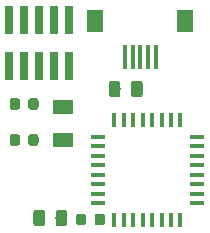
<source format=gbr>
G04 #@! TF.GenerationSoftware,KiCad,Pcbnew,(5.0.1)-rc2*
G04 #@! TF.CreationDate,2019-05-10T17:24:36-07:00*
G04 #@! TF.ProjectId,SAMD21E,53414D443231452E6B696361645F7063,rev?*
G04 #@! TF.SameCoordinates,Original*
G04 #@! TF.FileFunction,Paste,Top*
G04 #@! TF.FilePolarity,Positive*
%FSLAX46Y46*%
G04 Gerber Fmt 4.6, Leading zero omitted, Abs format (unit mm)*
G04 Created by KiCad (PCBNEW (5.0.1)-rc2) date 5/10/2019 5:24:36 PM*
%MOMM*%
%LPD*%
G01*
G04 APERTURE LIST*
%ADD10C,0.100000*%
%ADD11C,0.875000*%
%ADD12C,0.975000*%
%ADD13R,0.740000X2.400000*%
%ADD14R,0.449580X1.300480*%
%ADD15R,1.300480X0.449580*%
%ADD16R,1.800000X1.300000*%
%ADD17R,0.400000X2.000000*%
%ADD18R,1.400000X1.900000*%
G04 APERTURE END LIST*
D10*
G04 #@! TO.C,C1*
G36*
X150608191Y-98078053D02*
X150629426Y-98081203D01*
X150650250Y-98086419D01*
X150670462Y-98093651D01*
X150689868Y-98102830D01*
X150708281Y-98113866D01*
X150725524Y-98126654D01*
X150741430Y-98141070D01*
X150755846Y-98156976D01*
X150768634Y-98174219D01*
X150779670Y-98192632D01*
X150788849Y-98212038D01*
X150796081Y-98232250D01*
X150801297Y-98253074D01*
X150804447Y-98274309D01*
X150805500Y-98295750D01*
X150805500Y-98808250D01*
X150804447Y-98829691D01*
X150801297Y-98850926D01*
X150796081Y-98871750D01*
X150788849Y-98891962D01*
X150779670Y-98911368D01*
X150768634Y-98929781D01*
X150755846Y-98947024D01*
X150741430Y-98962930D01*
X150725524Y-98977346D01*
X150708281Y-98990134D01*
X150689868Y-99001170D01*
X150670462Y-99010349D01*
X150650250Y-99017581D01*
X150629426Y-99022797D01*
X150608191Y-99025947D01*
X150586750Y-99027000D01*
X150149250Y-99027000D01*
X150127809Y-99025947D01*
X150106574Y-99022797D01*
X150085750Y-99017581D01*
X150065538Y-99010349D01*
X150046132Y-99001170D01*
X150027719Y-98990134D01*
X150010476Y-98977346D01*
X149994570Y-98962930D01*
X149980154Y-98947024D01*
X149967366Y-98929781D01*
X149956330Y-98911368D01*
X149947151Y-98891962D01*
X149939919Y-98871750D01*
X149934703Y-98850926D01*
X149931553Y-98829691D01*
X149930500Y-98808250D01*
X149930500Y-98295750D01*
X149931553Y-98274309D01*
X149934703Y-98253074D01*
X149939919Y-98232250D01*
X149947151Y-98212038D01*
X149956330Y-98192632D01*
X149967366Y-98174219D01*
X149980154Y-98156976D01*
X149994570Y-98141070D01*
X150010476Y-98126654D01*
X150027719Y-98113866D01*
X150046132Y-98102830D01*
X150065538Y-98093651D01*
X150085750Y-98086419D01*
X150106574Y-98081203D01*
X150127809Y-98078053D01*
X150149250Y-98077000D01*
X150586750Y-98077000D01*
X150608191Y-98078053D01*
X150608191Y-98078053D01*
G37*
D11*
X150368000Y-98552000D03*
D10*
G36*
X149033191Y-98078053D02*
X149054426Y-98081203D01*
X149075250Y-98086419D01*
X149095462Y-98093651D01*
X149114868Y-98102830D01*
X149133281Y-98113866D01*
X149150524Y-98126654D01*
X149166430Y-98141070D01*
X149180846Y-98156976D01*
X149193634Y-98174219D01*
X149204670Y-98192632D01*
X149213849Y-98212038D01*
X149221081Y-98232250D01*
X149226297Y-98253074D01*
X149229447Y-98274309D01*
X149230500Y-98295750D01*
X149230500Y-98808250D01*
X149229447Y-98829691D01*
X149226297Y-98850926D01*
X149221081Y-98871750D01*
X149213849Y-98891962D01*
X149204670Y-98911368D01*
X149193634Y-98929781D01*
X149180846Y-98947024D01*
X149166430Y-98962930D01*
X149150524Y-98977346D01*
X149133281Y-98990134D01*
X149114868Y-99001170D01*
X149095462Y-99010349D01*
X149075250Y-99017581D01*
X149054426Y-99022797D01*
X149033191Y-99025947D01*
X149011750Y-99027000D01*
X148574250Y-99027000D01*
X148552809Y-99025947D01*
X148531574Y-99022797D01*
X148510750Y-99017581D01*
X148490538Y-99010349D01*
X148471132Y-99001170D01*
X148452719Y-98990134D01*
X148435476Y-98977346D01*
X148419570Y-98962930D01*
X148405154Y-98947024D01*
X148392366Y-98929781D01*
X148381330Y-98911368D01*
X148372151Y-98891962D01*
X148364919Y-98871750D01*
X148359703Y-98850926D01*
X148356553Y-98829691D01*
X148355500Y-98808250D01*
X148355500Y-98295750D01*
X148356553Y-98274309D01*
X148359703Y-98253074D01*
X148364919Y-98232250D01*
X148372151Y-98212038D01*
X148381330Y-98192632D01*
X148392366Y-98174219D01*
X148405154Y-98156976D01*
X148419570Y-98141070D01*
X148435476Y-98126654D01*
X148452719Y-98113866D01*
X148471132Y-98102830D01*
X148490538Y-98093651D01*
X148510750Y-98086419D01*
X148531574Y-98081203D01*
X148552809Y-98078053D01*
X148574250Y-98077000D01*
X149011750Y-98077000D01*
X149033191Y-98078053D01*
X149033191Y-98078053D01*
G37*
D11*
X148793000Y-98552000D03*
G04 #@! TD*
D10*
G04 #@! TO.C,C2*
G36*
X149033191Y-101126053D02*
X149054426Y-101129203D01*
X149075250Y-101134419D01*
X149095462Y-101141651D01*
X149114868Y-101150830D01*
X149133281Y-101161866D01*
X149150524Y-101174654D01*
X149166430Y-101189070D01*
X149180846Y-101204976D01*
X149193634Y-101222219D01*
X149204670Y-101240632D01*
X149213849Y-101260038D01*
X149221081Y-101280250D01*
X149226297Y-101301074D01*
X149229447Y-101322309D01*
X149230500Y-101343750D01*
X149230500Y-101856250D01*
X149229447Y-101877691D01*
X149226297Y-101898926D01*
X149221081Y-101919750D01*
X149213849Y-101939962D01*
X149204670Y-101959368D01*
X149193634Y-101977781D01*
X149180846Y-101995024D01*
X149166430Y-102010930D01*
X149150524Y-102025346D01*
X149133281Y-102038134D01*
X149114868Y-102049170D01*
X149095462Y-102058349D01*
X149075250Y-102065581D01*
X149054426Y-102070797D01*
X149033191Y-102073947D01*
X149011750Y-102075000D01*
X148574250Y-102075000D01*
X148552809Y-102073947D01*
X148531574Y-102070797D01*
X148510750Y-102065581D01*
X148490538Y-102058349D01*
X148471132Y-102049170D01*
X148452719Y-102038134D01*
X148435476Y-102025346D01*
X148419570Y-102010930D01*
X148405154Y-101995024D01*
X148392366Y-101977781D01*
X148381330Y-101959368D01*
X148372151Y-101939962D01*
X148364919Y-101919750D01*
X148359703Y-101898926D01*
X148356553Y-101877691D01*
X148355500Y-101856250D01*
X148355500Y-101343750D01*
X148356553Y-101322309D01*
X148359703Y-101301074D01*
X148364919Y-101280250D01*
X148372151Y-101260038D01*
X148381330Y-101240632D01*
X148392366Y-101222219D01*
X148405154Y-101204976D01*
X148419570Y-101189070D01*
X148435476Y-101174654D01*
X148452719Y-101161866D01*
X148471132Y-101150830D01*
X148490538Y-101141651D01*
X148510750Y-101134419D01*
X148531574Y-101129203D01*
X148552809Y-101126053D01*
X148574250Y-101125000D01*
X149011750Y-101125000D01*
X149033191Y-101126053D01*
X149033191Y-101126053D01*
G37*
D11*
X148793000Y-101600000D03*
D10*
G36*
X150608191Y-101126053D02*
X150629426Y-101129203D01*
X150650250Y-101134419D01*
X150670462Y-101141651D01*
X150689868Y-101150830D01*
X150708281Y-101161866D01*
X150725524Y-101174654D01*
X150741430Y-101189070D01*
X150755846Y-101204976D01*
X150768634Y-101222219D01*
X150779670Y-101240632D01*
X150788849Y-101260038D01*
X150796081Y-101280250D01*
X150801297Y-101301074D01*
X150804447Y-101322309D01*
X150805500Y-101343750D01*
X150805500Y-101856250D01*
X150804447Y-101877691D01*
X150801297Y-101898926D01*
X150796081Y-101919750D01*
X150788849Y-101939962D01*
X150779670Y-101959368D01*
X150768634Y-101977781D01*
X150755846Y-101995024D01*
X150741430Y-102010930D01*
X150725524Y-102025346D01*
X150708281Y-102038134D01*
X150689868Y-102049170D01*
X150670462Y-102058349D01*
X150650250Y-102065581D01*
X150629426Y-102070797D01*
X150608191Y-102073947D01*
X150586750Y-102075000D01*
X150149250Y-102075000D01*
X150127809Y-102073947D01*
X150106574Y-102070797D01*
X150085750Y-102065581D01*
X150065538Y-102058349D01*
X150046132Y-102049170D01*
X150027719Y-102038134D01*
X150010476Y-102025346D01*
X149994570Y-102010930D01*
X149980154Y-101995024D01*
X149967366Y-101977781D01*
X149956330Y-101959368D01*
X149947151Y-101939962D01*
X149939919Y-101919750D01*
X149934703Y-101898926D01*
X149931553Y-101877691D01*
X149930500Y-101856250D01*
X149930500Y-101343750D01*
X149931553Y-101322309D01*
X149934703Y-101301074D01*
X149939919Y-101280250D01*
X149947151Y-101260038D01*
X149956330Y-101240632D01*
X149967366Y-101222219D01*
X149980154Y-101204976D01*
X149994570Y-101189070D01*
X150010476Y-101174654D01*
X150027719Y-101161866D01*
X150046132Y-101150830D01*
X150065538Y-101141651D01*
X150085750Y-101134419D01*
X150106574Y-101129203D01*
X150127809Y-101126053D01*
X150149250Y-101125000D01*
X150586750Y-101125000D01*
X150608191Y-101126053D01*
X150608191Y-101126053D01*
G37*
D11*
X150368000Y-101600000D03*
G04 #@! TD*
D10*
G04 #@! TO.C,C8*
G36*
X159398642Y-96583174D02*
X159422303Y-96586684D01*
X159445507Y-96592496D01*
X159468029Y-96600554D01*
X159489653Y-96610782D01*
X159510170Y-96623079D01*
X159529383Y-96637329D01*
X159547107Y-96653393D01*
X159563171Y-96671117D01*
X159577421Y-96690330D01*
X159589718Y-96710847D01*
X159599946Y-96732471D01*
X159608004Y-96754993D01*
X159613816Y-96778197D01*
X159617326Y-96801858D01*
X159618500Y-96825750D01*
X159618500Y-97738250D01*
X159617326Y-97762142D01*
X159613816Y-97785803D01*
X159608004Y-97809007D01*
X159599946Y-97831529D01*
X159589718Y-97853153D01*
X159577421Y-97873670D01*
X159563171Y-97892883D01*
X159547107Y-97910607D01*
X159529383Y-97926671D01*
X159510170Y-97940921D01*
X159489653Y-97953218D01*
X159468029Y-97963446D01*
X159445507Y-97971504D01*
X159422303Y-97977316D01*
X159398642Y-97980826D01*
X159374750Y-97982000D01*
X158887250Y-97982000D01*
X158863358Y-97980826D01*
X158839697Y-97977316D01*
X158816493Y-97971504D01*
X158793971Y-97963446D01*
X158772347Y-97953218D01*
X158751830Y-97940921D01*
X158732617Y-97926671D01*
X158714893Y-97910607D01*
X158698829Y-97892883D01*
X158684579Y-97873670D01*
X158672282Y-97853153D01*
X158662054Y-97831529D01*
X158653996Y-97809007D01*
X158648184Y-97785803D01*
X158644674Y-97762142D01*
X158643500Y-97738250D01*
X158643500Y-96825750D01*
X158644674Y-96801858D01*
X158648184Y-96778197D01*
X158653996Y-96754993D01*
X158662054Y-96732471D01*
X158672282Y-96710847D01*
X158684579Y-96690330D01*
X158698829Y-96671117D01*
X158714893Y-96653393D01*
X158732617Y-96637329D01*
X158751830Y-96623079D01*
X158772347Y-96610782D01*
X158793971Y-96600554D01*
X158816493Y-96592496D01*
X158839697Y-96586684D01*
X158863358Y-96583174D01*
X158887250Y-96582000D01*
X159374750Y-96582000D01*
X159398642Y-96583174D01*
X159398642Y-96583174D01*
G37*
D12*
X159131000Y-97282000D03*
D10*
G36*
X157523642Y-96583174D02*
X157547303Y-96586684D01*
X157570507Y-96592496D01*
X157593029Y-96600554D01*
X157614653Y-96610782D01*
X157635170Y-96623079D01*
X157654383Y-96637329D01*
X157672107Y-96653393D01*
X157688171Y-96671117D01*
X157702421Y-96690330D01*
X157714718Y-96710847D01*
X157724946Y-96732471D01*
X157733004Y-96754993D01*
X157738816Y-96778197D01*
X157742326Y-96801858D01*
X157743500Y-96825750D01*
X157743500Y-97738250D01*
X157742326Y-97762142D01*
X157738816Y-97785803D01*
X157733004Y-97809007D01*
X157724946Y-97831529D01*
X157714718Y-97853153D01*
X157702421Y-97873670D01*
X157688171Y-97892883D01*
X157672107Y-97910607D01*
X157654383Y-97926671D01*
X157635170Y-97940921D01*
X157614653Y-97953218D01*
X157593029Y-97963446D01*
X157570507Y-97971504D01*
X157547303Y-97977316D01*
X157523642Y-97980826D01*
X157499750Y-97982000D01*
X157012250Y-97982000D01*
X156988358Y-97980826D01*
X156964697Y-97977316D01*
X156941493Y-97971504D01*
X156918971Y-97963446D01*
X156897347Y-97953218D01*
X156876830Y-97940921D01*
X156857617Y-97926671D01*
X156839893Y-97910607D01*
X156823829Y-97892883D01*
X156809579Y-97873670D01*
X156797282Y-97853153D01*
X156787054Y-97831529D01*
X156778996Y-97809007D01*
X156773184Y-97785803D01*
X156769674Y-97762142D01*
X156768500Y-97738250D01*
X156768500Y-96825750D01*
X156769674Y-96801858D01*
X156773184Y-96778197D01*
X156778996Y-96754993D01*
X156787054Y-96732471D01*
X156797282Y-96710847D01*
X156809579Y-96690330D01*
X156823829Y-96671117D01*
X156839893Y-96653393D01*
X156857617Y-96637329D01*
X156876830Y-96623079D01*
X156897347Y-96610782D01*
X156918971Y-96600554D01*
X156941493Y-96592496D01*
X156964697Y-96586684D01*
X156988358Y-96583174D01*
X157012250Y-96582000D01*
X157499750Y-96582000D01*
X157523642Y-96583174D01*
X157523642Y-96583174D01*
G37*
D12*
X157256000Y-97282000D03*
G04 #@! TD*
D13*
G04 #@! TO.C,J5*
X153416000Y-91440000D03*
X153416000Y-95340000D03*
X152146000Y-91440000D03*
X152146000Y-95340000D03*
X150876000Y-91440000D03*
X150876000Y-95340000D03*
X149606000Y-91440000D03*
X149606000Y-95340000D03*
X148336000Y-91440000D03*
X148336000Y-95340000D03*
G04 #@! TD*
D14*
G04 #@! TO.C,U1*
X157223460Y-108358940D03*
X158021020Y-108358940D03*
X159621220Y-108358940D03*
X158823660Y-108358940D03*
X162018980Y-108358940D03*
X162816540Y-108358940D03*
X161216340Y-108358940D03*
X160418780Y-108358940D03*
X160418780Y-99910900D03*
X161216340Y-99910900D03*
X162816540Y-99910900D03*
X162018980Y-99910900D03*
X158823660Y-99910900D03*
X159621220Y-99910900D03*
X158021020Y-99910900D03*
X157223460Y-99910900D03*
D15*
X164259260Y-102943660D03*
X164259260Y-101343460D03*
X164259260Y-102141020D03*
X164259260Y-103741220D03*
X164259260Y-106138980D03*
X164259260Y-106936540D03*
X164259260Y-105336340D03*
X164259260Y-104538780D03*
X155806140Y-104538780D03*
X155806140Y-105336340D03*
X155806140Y-106936540D03*
X155806140Y-106138980D03*
X155806140Y-102943660D03*
X155806140Y-103741220D03*
X155806140Y-102141020D03*
X155806140Y-101343460D03*
G04 #@! TD*
D16*
G04 #@! TO.C,Y1*
X152908000Y-98800000D03*
X152908000Y-101600000D03*
G04 #@! TD*
D17*
G04 #@! TO.C,J4*
X158116500Y-94612500D03*
X158766500Y-94612500D03*
X159416500Y-94612500D03*
X160066500Y-94612500D03*
X160716500Y-94612500D03*
D18*
X163216500Y-91512500D03*
X155616500Y-91512500D03*
G04 #@! TD*
D10*
G04 #@! TO.C,D1*
G36*
X151122842Y-107515334D02*
X151146503Y-107518844D01*
X151169707Y-107524656D01*
X151192229Y-107532714D01*
X151213853Y-107542942D01*
X151234370Y-107555239D01*
X151253583Y-107569489D01*
X151271307Y-107585553D01*
X151287371Y-107603277D01*
X151301621Y-107622490D01*
X151313918Y-107643007D01*
X151324146Y-107664631D01*
X151332204Y-107687153D01*
X151338016Y-107710357D01*
X151341526Y-107734018D01*
X151342700Y-107757910D01*
X151342700Y-108670410D01*
X151341526Y-108694302D01*
X151338016Y-108717963D01*
X151332204Y-108741167D01*
X151324146Y-108763689D01*
X151313918Y-108785313D01*
X151301621Y-108805830D01*
X151287371Y-108825043D01*
X151271307Y-108842767D01*
X151253583Y-108858831D01*
X151234370Y-108873081D01*
X151213853Y-108885378D01*
X151192229Y-108895606D01*
X151169707Y-108903664D01*
X151146503Y-108909476D01*
X151122842Y-108912986D01*
X151098950Y-108914160D01*
X150611450Y-108914160D01*
X150587558Y-108912986D01*
X150563897Y-108909476D01*
X150540693Y-108903664D01*
X150518171Y-108895606D01*
X150496547Y-108885378D01*
X150476030Y-108873081D01*
X150456817Y-108858831D01*
X150439093Y-108842767D01*
X150423029Y-108825043D01*
X150408779Y-108805830D01*
X150396482Y-108785313D01*
X150386254Y-108763689D01*
X150378196Y-108741167D01*
X150372384Y-108717963D01*
X150368874Y-108694302D01*
X150367700Y-108670410D01*
X150367700Y-107757910D01*
X150368874Y-107734018D01*
X150372384Y-107710357D01*
X150378196Y-107687153D01*
X150386254Y-107664631D01*
X150396482Y-107643007D01*
X150408779Y-107622490D01*
X150423029Y-107603277D01*
X150439093Y-107585553D01*
X150456817Y-107569489D01*
X150476030Y-107555239D01*
X150496547Y-107542942D01*
X150518171Y-107532714D01*
X150540693Y-107524656D01*
X150563897Y-107518844D01*
X150587558Y-107515334D01*
X150611450Y-107514160D01*
X151098950Y-107514160D01*
X151122842Y-107515334D01*
X151122842Y-107515334D01*
G37*
D12*
X150855200Y-108214160D03*
D10*
G36*
X152997842Y-107515334D02*
X153021503Y-107518844D01*
X153044707Y-107524656D01*
X153067229Y-107532714D01*
X153088853Y-107542942D01*
X153109370Y-107555239D01*
X153128583Y-107569489D01*
X153146307Y-107585553D01*
X153162371Y-107603277D01*
X153176621Y-107622490D01*
X153188918Y-107643007D01*
X153199146Y-107664631D01*
X153207204Y-107687153D01*
X153213016Y-107710357D01*
X153216526Y-107734018D01*
X153217700Y-107757910D01*
X153217700Y-108670410D01*
X153216526Y-108694302D01*
X153213016Y-108717963D01*
X153207204Y-108741167D01*
X153199146Y-108763689D01*
X153188918Y-108785313D01*
X153176621Y-108805830D01*
X153162371Y-108825043D01*
X153146307Y-108842767D01*
X153128583Y-108858831D01*
X153109370Y-108873081D01*
X153088853Y-108885378D01*
X153067229Y-108895606D01*
X153044707Y-108903664D01*
X153021503Y-108909476D01*
X152997842Y-108912986D01*
X152973950Y-108914160D01*
X152486450Y-108914160D01*
X152462558Y-108912986D01*
X152438897Y-108909476D01*
X152415693Y-108903664D01*
X152393171Y-108895606D01*
X152371547Y-108885378D01*
X152351030Y-108873081D01*
X152331817Y-108858831D01*
X152314093Y-108842767D01*
X152298029Y-108825043D01*
X152283779Y-108805830D01*
X152271482Y-108785313D01*
X152261254Y-108763689D01*
X152253196Y-108741167D01*
X152247384Y-108717963D01*
X152243874Y-108694302D01*
X152242700Y-108670410D01*
X152242700Y-107757910D01*
X152243874Y-107734018D01*
X152247384Y-107710357D01*
X152253196Y-107687153D01*
X152261254Y-107664631D01*
X152271482Y-107643007D01*
X152283779Y-107622490D01*
X152298029Y-107603277D01*
X152314093Y-107585553D01*
X152331817Y-107569489D01*
X152351030Y-107555239D01*
X152371547Y-107542942D01*
X152393171Y-107532714D01*
X152415693Y-107524656D01*
X152438897Y-107518844D01*
X152462558Y-107515334D01*
X152486450Y-107514160D01*
X152973950Y-107514160D01*
X152997842Y-107515334D01*
X152997842Y-107515334D01*
G37*
D12*
X152730200Y-108214160D03*
G04 #@! TD*
D10*
G04 #@! TO.C,R2*
G36*
X156221591Y-107851973D02*
X156242826Y-107855123D01*
X156263650Y-107860339D01*
X156283862Y-107867571D01*
X156303268Y-107876750D01*
X156321681Y-107887786D01*
X156338924Y-107900574D01*
X156354830Y-107914990D01*
X156369246Y-107930896D01*
X156382034Y-107948139D01*
X156393070Y-107966552D01*
X156402249Y-107985958D01*
X156409481Y-108006170D01*
X156414697Y-108026994D01*
X156417847Y-108048229D01*
X156418900Y-108069670D01*
X156418900Y-108582170D01*
X156417847Y-108603611D01*
X156414697Y-108624846D01*
X156409481Y-108645670D01*
X156402249Y-108665882D01*
X156393070Y-108685288D01*
X156382034Y-108703701D01*
X156369246Y-108720944D01*
X156354830Y-108736850D01*
X156338924Y-108751266D01*
X156321681Y-108764054D01*
X156303268Y-108775090D01*
X156283862Y-108784269D01*
X156263650Y-108791501D01*
X156242826Y-108796717D01*
X156221591Y-108799867D01*
X156200150Y-108800920D01*
X155762650Y-108800920D01*
X155741209Y-108799867D01*
X155719974Y-108796717D01*
X155699150Y-108791501D01*
X155678938Y-108784269D01*
X155659532Y-108775090D01*
X155641119Y-108764054D01*
X155623876Y-108751266D01*
X155607970Y-108736850D01*
X155593554Y-108720944D01*
X155580766Y-108703701D01*
X155569730Y-108685288D01*
X155560551Y-108665882D01*
X155553319Y-108645670D01*
X155548103Y-108624846D01*
X155544953Y-108603611D01*
X155543900Y-108582170D01*
X155543900Y-108069670D01*
X155544953Y-108048229D01*
X155548103Y-108026994D01*
X155553319Y-108006170D01*
X155560551Y-107985958D01*
X155569730Y-107966552D01*
X155580766Y-107948139D01*
X155593554Y-107930896D01*
X155607970Y-107914990D01*
X155623876Y-107900574D01*
X155641119Y-107887786D01*
X155659532Y-107876750D01*
X155678938Y-107867571D01*
X155699150Y-107860339D01*
X155719974Y-107855123D01*
X155741209Y-107851973D01*
X155762650Y-107850920D01*
X156200150Y-107850920D01*
X156221591Y-107851973D01*
X156221591Y-107851973D01*
G37*
D11*
X155981400Y-108325920D03*
D10*
G36*
X154646591Y-107851973D02*
X154667826Y-107855123D01*
X154688650Y-107860339D01*
X154708862Y-107867571D01*
X154728268Y-107876750D01*
X154746681Y-107887786D01*
X154763924Y-107900574D01*
X154779830Y-107914990D01*
X154794246Y-107930896D01*
X154807034Y-107948139D01*
X154818070Y-107966552D01*
X154827249Y-107985958D01*
X154834481Y-108006170D01*
X154839697Y-108026994D01*
X154842847Y-108048229D01*
X154843900Y-108069670D01*
X154843900Y-108582170D01*
X154842847Y-108603611D01*
X154839697Y-108624846D01*
X154834481Y-108645670D01*
X154827249Y-108665882D01*
X154818070Y-108685288D01*
X154807034Y-108703701D01*
X154794246Y-108720944D01*
X154779830Y-108736850D01*
X154763924Y-108751266D01*
X154746681Y-108764054D01*
X154728268Y-108775090D01*
X154708862Y-108784269D01*
X154688650Y-108791501D01*
X154667826Y-108796717D01*
X154646591Y-108799867D01*
X154625150Y-108800920D01*
X154187650Y-108800920D01*
X154166209Y-108799867D01*
X154144974Y-108796717D01*
X154124150Y-108791501D01*
X154103938Y-108784269D01*
X154084532Y-108775090D01*
X154066119Y-108764054D01*
X154048876Y-108751266D01*
X154032970Y-108736850D01*
X154018554Y-108720944D01*
X154005766Y-108703701D01*
X153994730Y-108685288D01*
X153985551Y-108665882D01*
X153978319Y-108645670D01*
X153973103Y-108624846D01*
X153969953Y-108603611D01*
X153968900Y-108582170D01*
X153968900Y-108069670D01*
X153969953Y-108048229D01*
X153973103Y-108026994D01*
X153978319Y-108006170D01*
X153985551Y-107985958D01*
X153994730Y-107966552D01*
X154005766Y-107948139D01*
X154018554Y-107930896D01*
X154032970Y-107914990D01*
X154048876Y-107900574D01*
X154066119Y-107887786D01*
X154084532Y-107876750D01*
X154103938Y-107867571D01*
X154124150Y-107860339D01*
X154144974Y-107855123D01*
X154166209Y-107851973D01*
X154187650Y-107850920D01*
X154625150Y-107850920D01*
X154646591Y-107851973D01*
X154646591Y-107851973D01*
G37*
D11*
X154406400Y-108325920D03*
G04 #@! TD*
M02*

</source>
